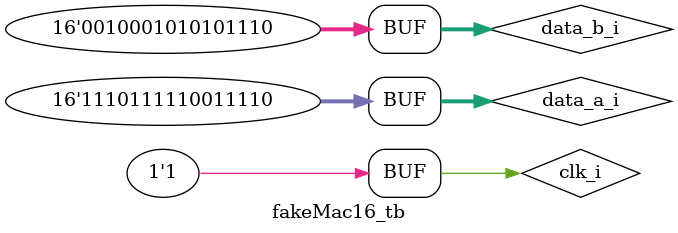
<source format=sv>
`timescale 1ns/1ns

module fakeMac16_tb();
    logic clk_en_i;        
    logic clk_i;
    
    logic [15:0] data_a_i;
    logic [15:0] data_b_i;
    logic rst_i;
    logic [32:0] result_o;

	fakeMac16 dut( .clk_en_i(clk_en_i), .clk_i(clk_i), .data_a_i( data_a_i), .data_b_i(data_b_i), .rst_i(rst_i), .result_o(result_o));
	always
		begin
		clk_i = 0; #5;
		clk_i = 1; #5;
		end
	initial
		begin
        #5
        
		data_a_i = 16'h0000;
		data_b_i = 16'h0000;

        #10
        
        data_a_i = 16'h6e71;
		data_b_i = 16'h6a02; 

        #10
       
        data_a_i = 16'hef9e;
		data_b_i = 16'h22ae; 

		end

endmodule



</source>
